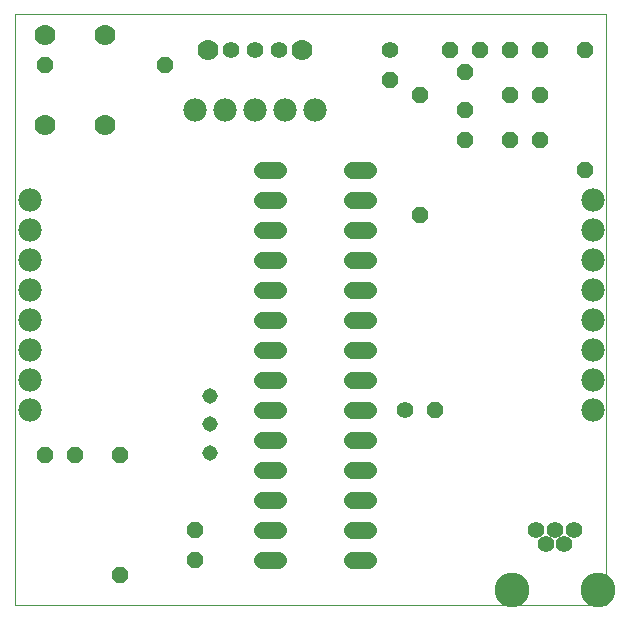
<source format=gbs>
G75*
%MOIN*%
%OFA0B0*%
%FSLAX25Y25*%
%IPPOS*%
%LPD*%
%AMOC8*
5,1,8,0,0,1.08239X$1,22.5*
%
%ADD10C,0.00000*%
%ADD11OC8,0.05600*%
%ADD12C,0.05600*%
%ADD13C,0.07800*%
%ADD14C,0.05600*%
%ADD15C,0.05550*%
%ADD16C,0.11620*%
%ADD17C,0.07000*%
%ADD18C,0.05156*%
D10*
X0006800Y0011800D02*
X0006800Y0208650D01*
X0203650Y0208650D01*
X0203650Y0011800D01*
X0006800Y0011800D01*
D11*
X0041800Y0021800D03*
X0066800Y0026800D03*
X0066800Y0036800D03*
X0041800Y0061800D03*
X0026800Y0061800D03*
X0016800Y0061800D03*
X0141800Y0141800D03*
X0156800Y0166800D03*
X0156800Y0176800D03*
X0156800Y0189300D03*
X0151800Y0196800D03*
X0161800Y0196800D03*
X0171800Y0196800D03*
X0181800Y0196800D03*
X0181800Y0181800D03*
X0171800Y0181800D03*
X0171800Y0166800D03*
X0181800Y0166800D03*
X0196800Y0156800D03*
X0196800Y0196800D03*
X0141800Y0181800D03*
X0131800Y0186800D03*
X0056800Y0191800D03*
X0016800Y0191800D03*
X0146800Y0076800D03*
D12*
X0136800Y0076800D03*
X0131800Y0196800D03*
D13*
X0106800Y0176800D03*
X0096800Y0176800D03*
X0086800Y0176800D03*
X0076800Y0176800D03*
X0066800Y0176800D03*
X0011800Y0146800D03*
X0011800Y0136800D03*
X0011800Y0126800D03*
X0011800Y0116800D03*
X0011800Y0106800D03*
X0011800Y0096800D03*
X0011800Y0086800D03*
X0011800Y0076800D03*
X0199300Y0076800D03*
X0199300Y0086800D03*
X0199300Y0096800D03*
X0199300Y0106800D03*
X0199300Y0116800D03*
X0199300Y0126800D03*
X0199300Y0136800D03*
X0199300Y0146800D03*
D14*
X0124400Y0146800D02*
X0119200Y0146800D01*
X0119200Y0136800D02*
X0124400Y0136800D01*
X0124400Y0126800D02*
X0119200Y0126800D01*
X0119200Y0116800D02*
X0124400Y0116800D01*
X0124400Y0106800D02*
X0119200Y0106800D01*
X0119200Y0096800D02*
X0124400Y0096800D01*
X0124400Y0086800D02*
X0119200Y0086800D01*
X0119200Y0076800D02*
X0124400Y0076800D01*
X0124400Y0066800D02*
X0119200Y0066800D01*
X0119200Y0056800D02*
X0124400Y0056800D01*
X0124400Y0046800D02*
X0119200Y0046800D01*
X0119200Y0036800D02*
X0124400Y0036800D01*
X0124400Y0026800D02*
X0119200Y0026800D01*
X0094400Y0026800D02*
X0089200Y0026800D01*
X0089200Y0036800D02*
X0094400Y0036800D01*
X0094400Y0046800D02*
X0089200Y0046800D01*
X0089200Y0056800D02*
X0094400Y0056800D01*
X0094400Y0066800D02*
X0089200Y0066800D01*
X0089200Y0076800D02*
X0094400Y0076800D01*
X0094400Y0086800D02*
X0089200Y0086800D01*
X0089200Y0096800D02*
X0094400Y0096800D01*
X0094400Y0106800D02*
X0089200Y0106800D01*
X0089200Y0116800D02*
X0094400Y0116800D01*
X0094400Y0126800D02*
X0089200Y0126800D01*
X0089200Y0136800D02*
X0094400Y0136800D01*
X0094400Y0146800D02*
X0089200Y0146800D01*
X0089200Y0156800D02*
X0094400Y0156800D01*
X0119200Y0156800D02*
X0124400Y0156800D01*
D15*
X0094674Y0196800D03*
X0086800Y0196800D03*
X0078926Y0196800D03*
X0180501Y0036879D03*
X0183650Y0032154D03*
X0186800Y0036879D03*
X0189950Y0032154D03*
X0193099Y0036879D03*
D16*
X0201170Y0016800D03*
X0172430Y0016800D03*
D17*
X0036643Y0171800D03*
X0016957Y0171800D03*
X0016957Y0201800D03*
X0036643Y0201800D03*
X0071052Y0196800D03*
X0102548Y0196800D03*
D18*
X0071800Y0081300D03*
X0071800Y0071906D03*
X0071800Y0062300D03*
M02*

</source>
